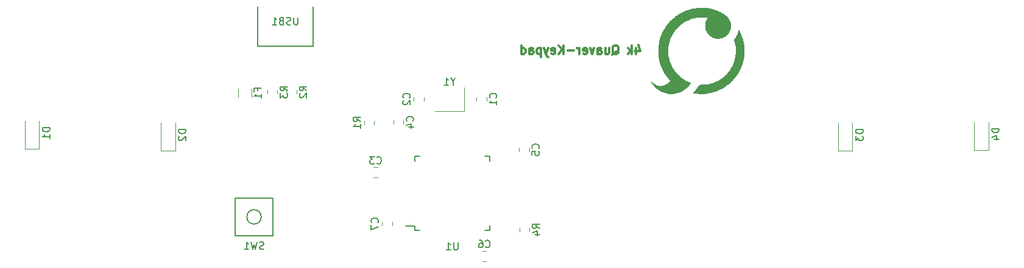
<source format=gbr>
G04 #@! TF.GenerationSoftware,KiCad,Pcbnew,(5.1.4)-1*
G04 #@! TF.CreationDate,2022-10-30T21:37:08+01:00*
G04 #@! TF.ProjectId,quaver-keypadrev1,71756176-6572-42d6-9b65-797061647265,rev?*
G04 #@! TF.SameCoordinates,Original*
G04 #@! TF.FileFunction,Legend,Bot*
G04 #@! TF.FilePolarity,Positive*
%FSLAX46Y46*%
G04 Gerber Fmt 4.6, Leading zero omitted, Abs format (unit mm)*
G04 Created by KiCad (PCBNEW (5.1.4)-1) date 2022-10-30 21:37:08*
%MOMM*%
%LPD*%
G04 APERTURE LIST*
%ADD10C,0.300000*%
%ADD11C,0.010000*%
%ADD12C,0.150000*%
%ADD13C,0.120000*%
G04 APERTURE END LIST*
D10*
X222395142Y-92706857D02*
X222395142Y-93506857D01*
X222680857Y-92249714D02*
X222966571Y-93106857D01*
X222223714Y-93106857D01*
X221766571Y-93506857D02*
X221766571Y-92306857D01*
X221652285Y-93049714D02*
X221309428Y-93506857D01*
X221309428Y-92706857D02*
X221766571Y-93164000D01*
X219080857Y-93621142D02*
X219195142Y-93564000D01*
X219309428Y-93449714D01*
X219480857Y-93278285D01*
X219595142Y-93221142D01*
X219709428Y-93221142D01*
X219652285Y-93506857D02*
X219766571Y-93449714D01*
X219880857Y-93335428D01*
X219938000Y-93106857D01*
X219938000Y-92706857D01*
X219880857Y-92478285D01*
X219766571Y-92364000D01*
X219652285Y-92306857D01*
X219423714Y-92306857D01*
X219309428Y-92364000D01*
X219195142Y-92478285D01*
X219138000Y-92706857D01*
X219138000Y-93106857D01*
X219195142Y-93335428D01*
X219309428Y-93449714D01*
X219423714Y-93506857D01*
X219652285Y-93506857D01*
X218109428Y-92706857D02*
X218109428Y-93506857D01*
X218623714Y-92706857D02*
X218623714Y-93335428D01*
X218566571Y-93449714D01*
X218452285Y-93506857D01*
X218280857Y-93506857D01*
X218166571Y-93449714D01*
X218109428Y-93392571D01*
X217023714Y-93506857D02*
X217023714Y-92878285D01*
X217080857Y-92764000D01*
X217195142Y-92706857D01*
X217423714Y-92706857D01*
X217538000Y-92764000D01*
X217023714Y-93449714D02*
X217138000Y-93506857D01*
X217423714Y-93506857D01*
X217538000Y-93449714D01*
X217595142Y-93335428D01*
X217595142Y-93221142D01*
X217538000Y-93106857D01*
X217423714Y-93049714D01*
X217138000Y-93049714D01*
X217023714Y-92992571D01*
X216566571Y-92706857D02*
X216280857Y-93506857D01*
X215995142Y-92706857D01*
X215080857Y-93449714D02*
X215195142Y-93506857D01*
X215423714Y-93506857D01*
X215538000Y-93449714D01*
X215595142Y-93335428D01*
X215595142Y-92878285D01*
X215538000Y-92764000D01*
X215423714Y-92706857D01*
X215195142Y-92706857D01*
X215080857Y-92764000D01*
X215023714Y-92878285D01*
X215023714Y-92992571D01*
X215595142Y-93106857D01*
X214509428Y-93506857D02*
X214509428Y-92706857D01*
X214509428Y-92935428D02*
X214452285Y-92821142D01*
X214395142Y-92764000D01*
X214280857Y-92706857D01*
X214166571Y-92706857D01*
X213766571Y-93049714D02*
X212852285Y-93049714D01*
X212280857Y-93506857D02*
X212280857Y-92306857D01*
X211595142Y-93506857D02*
X212109428Y-92821142D01*
X211595142Y-92306857D02*
X212280857Y-92992571D01*
X210623714Y-93449714D02*
X210738000Y-93506857D01*
X210966571Y-93506857D01*
X211080857Y-93449714D01*
X211138000Y-93335428D01*
X211138000Y-92878285D01*
X211080857Y-92764000D01*
X210966571Y-92706857D01*
X210738000Y-92706857D01*
X210623714Y-92764000D01*
X210566571Y-92878285D01*
X210566571Y-92992571D01*
X211138000Y-93106857D01*
X210166571Y-92706857D02*
X209880857Y-93506857D01*
X209595142Y-92706857D02*
X209880857Y-93506857D01*
X209995142Y-93792571D01*
X210052285Y-93849714D01*
X210166571Y-93906857D01*
X209138000Y-92706857D02*
X209138000Y-93906857D01*
X209138000Y-92764000D02*
X209023714Y-92706857D01*
X208795142Y-92706857D01*
X208680857Y-92764000D01*
X208623714Y-92821142D01*
X208566571Y-92935428D01*
X208566571Y-93278285D01*
X208623714Y-93392571D01*
X208680857Y-93449714D01*
X208795142Y-93506857D01*
X209023714Y-93506857D01*
X209138000Y-93449714D01*
X207538000Y-93506857D02*
X207538000Y-92878285D01*
X207595142Y-92764000D01*
X207709428Y-92706857D01*
X207938000Y-92706857D01*
X208052285Y-92764000D01*
X207538000Y-93449714D02*
X207652285Y-93506857D01*
X207938000Y-93506857D01*
X208052285Y-93449714D01*
X208109428Y-93335428D01*
X208109428Y-93221142D01*
X208052285Y-93106857D01*
X207938000Y-93049714D01*
X207652285Y-93049714D01*
X207538000Y-92992571D01*
X206452285Y-93506857D02*
X206452285Y-92306857D01*
X206452285Y-93449714D02*
X206566571Y-93506857D01*
X206795142Y-93506857D01*
X206909428Y-93449714D01*
X206966571Y-93392571D01*
X207023714Y-93278285D01*
X207023714Y-92935428D01*
X206966571Y-92821142D01*
X206909428Y-92764000D01*
X206795142Y-92706857D01*
X206566571Y-92706857D01*
X206452285Y-92764000D01*
D11*
G36*
X224521541Y-97383864D02*
G01*
X224519018Y-97416945D01*
X224523212Y-97424434D01*
X224532832Y-97418121D01*
X224534329Y-97396653D01*
X224529160Y-97374067D01*
X224521541Y-97383864D01*
X224521541Y-97383864D01*
G37*
X224521541Y-97383864D02*
X224519018Y-97416945D01*
X224523212Y-97424434D01*
X224532832Y-97418121D01*
X224534329Y-97396653D01*
X224529160Y-97374067D01*
X224521541Y-97383864D01*
G36*
X231221380Y-87092797D02*
G01*
X231061701Y-87095474D01*
X230921451Y-87100295D01*
X230807776Y-87107311D01*
X230727820Y-87116573D01*
X230716667Y-87118666D01*
X230638994Y-87132552D01*
X230538401Y-87147606D01*
X230434109Y-87160996D01*
X230413351Y-87163352D01*
X230319741Y-87175158D01*
X230234451Y-87188492D01*
X230172067Y-87200995D01*
X230159351Y-87204428D01*
X230089462Y-87225374D01*
X230018167Y-87246281D01*
X229935816Y-87271227D01*
X229845635Y-87300296D01*
X229762432Y-87328558D01*
X229701015Y-87351080D01*
X229690083Y-87355539D01*
X229639781Y-87372090D01*
X229576310Y-87387381D01*
X229573667Y-87387900D01*
X229504078Y-87406782D01*
X229442426Y-87431466D01*
X229386749Y-87452979D01*
X229343603Y-87460667D01*
X229306439Y-87469915D01*
X229243405Y-87494575D01*
X229165921Y-87530015D01*
X229136177Y-87544780D01*
X229037316Y-87594142D01*
X228929671Y-87646554D01*
X228820352Y-87698711D01*
X228716472Y-87747307D01*
X228625140Y-87789034D01*
X228553468Y-87820588D01*
X228508565Y-87838663D01*
X228497617Y-87841667D01*
X228472425Y-87854377D01*
X228428090Y-87886761D01*
X228399910Y-87909925D01*
X228330965Y-87962985D01*
X228237746Y-88027071D01*
X228133466Y-88093832D01*
X228031334Y-88154916D01*
X227944561Y-88201972D01*
X227917840Y-88214672D01*
X227864679Y-88245895D01*
X227830738Y-88279669D01*
X227826978Y-88287549D01*
X227805001Y-88317209D01*
X227757358Y-88362283D01*
X227693290Y-88414230D01*
X227675646Y-88427396D01*
X227599910Y-88487346D01*
X227508918Y-88565963D01*
X227416441Y-88651105D01*
X227364341Y-88701902D01*
X227291073Y-88773325D01*
X227224138Y-88834958D01*
X227171642Y-88879548D01*
X227144483Y-88898603D01*
X227104348Y-88931054D01*
X227059065Y-88984444D01*
X227041758Y-89009781D01*
X226999123Y-89067575D01*
X226937613Y-89139317D01*
X226869723Y-89210529D01*
X226862150Y-89217953D01*
X226804357Y-89276851D01*
X226760762Y-89326416D01*
X226738673Y-89358161D01*
X226737333Y-89362911D01*
X226725316Y-89387499D01*
X226692263Y-89439198D01*
X226642673Y-89511356D01*
X226581047Y-89597317D01*
X226553077Y-89635370D01*
X226475005Y-89745577D01*
X226395875Y-89865425D01*
X226324566Y-89980984D01*
X226269958Y-90078326D01*
X226266734Y-90084601D01*
X226220023Y-90172792D01*
X226175585Y-90250619D01*
X226139499Y-90307732D01*
X226122907Y-90329381D01*
X226092575Y-90367173D01*
X226081167Y-90391296D01*
X226072455Y-90419999D01*
X226049367Y-90476152D01*
X226016471Y-90549348D01*
X225978339Y-90629180D01*
X225964566Y-90656833D01*
X225940640Y-90716822D01*
X225922870Y-90779949D01*
X225905669Y-90834189D01*
X225874858Y-90909531D01*
X225837035Y-90989877D01*
X225836155Y-90991616D01*
X225800955Y-91066578D01*
X225775255Y-91131797D01*
X225764170Y-91174157D01*
X225764063Y-91176475D01*
X225754469Y-91222009D01*
X225743211Y-91240322D01*
X225727732Y-91272447D01*
X225707166Y-91339141D01*
X225683045Y-91433160D01*
X225656900Y-91547260D01*
X225630260Y-91674198D01*
X225604658Y-91806729D01*
X225581623Y-91937610D01*
X225562688Y-92059597D01*
X225551160Y-92149083D01*
X225538245Y-92256287D01*
X225523466Y-92367589D01*
X225509635Y-92462004D01*
X225507206Y-92477167D01*
X225498995Y-92554819D01*
X225493952Y-92663145D01*
X225491823Y-92796260D01*
X225492359Y-92948281D01*
X225495307Y-93113322D01*
X225500418Y-93285500D01*
X225507440Y-93458929D01*
X225516121Y-93627726D01*
X225526212Y-93786005D01*
X225537460Y-93927883D01*
X225549615Y-94047475D01*
X225562426Y-94138896D01*
X225575641Y-94196263D01*
X225581075Y-94208505D01*
X225589885Y-94237614D01*
X225602128Y-94296623D01*
X225615345Y-94373511D01*
X225617031Y-94384345D01*
X225630773Y-94463064D01*
X225644768Y-94525802D01*
X225656244Y-94560343D01*
X225657374Y-94562083D01*
X225669202Y-94592777D01*
X225683965Y-94651948D01*
X225697123Y-94719396D01*
X225712392Y-94792988D01*
X225729033Y-94850349D01*
X225742121Y-94877088D01*
X225760776Y-94915465D01*
X225763667Y-94937983D01*
X225772554Y-94973840D01*
X225796324Y-95036449D01*
X225830646Y-95114841D01*
X225848333Y-95152254D01*
X225885621Y-95231266D01*
X225914530Y-95296284D01*
X225930861Y-95337681D01*
X225933000Y-95346387D01*
X225943305Y-95389797D01*
X225971922Y-95462222D01*
X226015407Y-95556364D01*
X226070315Y-95664923D01*
X226133203Y-95780599D01*
X226160276Y-95828012D01*
X226210983Y-95917638D01*
X226252734Y-95995463D01*
X226281384Y-96053470D01*
X226292788Y-96083642D01*
X226292833Y-96084449D01*
X226304538Y-96120618D01*
X226329875Y-96162847D01*
X226364748Y-96212522D01*
X226388083Y-96248237D01*
X226408085Y-96277839D01*
X226447622Y-96333965D01*
X226501250Y-96408958D01*
X226563525Y-96495166D01*
X226573165Y-96508440D01*
X226636749Y-96596923D01*
X226692762Y-96676714D01*
X226735600Y-96739700D01*
X226759654Y-96777767D01*
X226761101Y-96780446D01*
X226787431Y-96817084D01*
X226835317Y-96871883D01*
X226895325Y-96934164D01*
X226907633Y-96946268D01*
X226997653Y-97040364D01*
X227054703Y-97116624D01*
X227081520Y-97179957D01*
X227080841Y-97235267D01*
X227076482Y-97248983D01*
X227026138Y-97341082D01*
X226944629Y-97442572D01*
X226839497Y-97545695D01*
X226718280Y-97642695D01*
X226646639Y-97691162D01*
X226566324Y-97738389D01*
X226470021Y-97789735D01*
X226369430Y-97839516D01*
X226276245Y-97882045D01*
X226202165Y-97911639D01*
X226176417Y-97919687D01*
X225958480Y-97960254D01*
X225737541Y-97971908D01*
X225526070Y-97954564D01*
X225389836Y-97924978D01*
X225286407Y-97888367D01*
X225163437Y-97833940D01*
X225035424Y-97769050D01*
X224916863Y-97701053D01*
X224822252Y-97637303D01*
X224821254Y-97636542D01*
X224778698Y-97609451D01*
X224750617Y-97599500D01*
X224725668Y-97584229D01*
X224686319Y-97545224D01*
X224660960Y-97515461D01*
X224612347Y-97464033D01*
X224578231Y-97446014D01*
X224562148Y-97461670D01*
X224566893Y-97508371D01*
X224575814Y-97538602D01*
X224589326Y-97566788D01*
X224612983Y-97600466D01*
X224652336Y-97647175D01*
X224712937Y-97714453D01*
X224742375Y-97746635D01*
X224795152Y-97806759D01*
X224834354Y-97856229D01*
X224852895Y-97885980D01*
X224853500Y-97888824D01*
X224868145Y-97912151D01*
X224907825Y-97957580D01*
X224966161Y-98018838D01*
X225036772Y-98089652D01*
X225113278Y-98163749D01*
X225189300Y-98234857D01*
X225258457Y-98296701D01*
X225314369Y-98343009D01*
X225319167Y-98346680D01*
X225379925Y-98389485D01*
X225433311Y-98421678D01*
X225456750Y-98432352D01*
X225496791Y-98453729D01*
X225551914Y-98493219D01*
X225583750Y-98519441D01*
X225636243Y-98564943D01*
X225677407Y-98600449D01*
X225691209Y-98612241D01*
X225728460Y-98633174D01*
X225765293Y-98647014D01*
X225822922Y-98667210D01*
X225880083Y-98690408D01*
X225938482Y-98716086D01*
X226012010Y-98748481D01*
X226042964Y-98762137D01*
X226104979Y-98787416D01*
X226152985Y-98803267D01*
X226168106Y-98806000D01*
X226197833Y-98812514D01*
X226257965Y-98830121D01*
X226338951Y-98855915D01*
X226407392Y-98878803D01*
X226704431Y-98959238D01*
X227016121Y-99004846D01*
X227331942Y-99014832D01*
X227641373Y-98988405D01*
X227711000Y-98977009D01*
X227829323Y-98951963D01*
X227962258Y-98917978D01*
X228084979Y-98881510D01*
X228109079Y-98873475D01*
X228197885Y-98844399D01*
X228274935Y-98821612D01*
X228329300Y-98808228D01*
X228345955Y-98806000D01*
X228385451Y-98796767D01*
X228397962Y-98786377D01*
X228424518Y-98767910D01*
X228475068Y-98746822D01*
X228489170Y-98742194D01*
X228693006Y-98659543D01*
X228875167Y-98543994D01*
X228942848Y-98494531D01*
X229004813Y-98452933D01*
X229044500Y-98429881D01*
X229102730Y-98396508D01*
X229177782Y-98346062D01*
X229258383Y-98287012D01*
X229333260Y-98227825D01*
X229391142Y-98176967D01*
X229414883Y-98151665D01*
X229451026Y-98108499D01*
X229504492Y-98047953D01*
X229561645Y-97985371D01*
X229618732Y-97922325D01*
X229667916Y-97865118D01*
X229698462Y-97826250D01*
X229736923Y-97776489D01*
X229780661Y-97726500D01*
X229847508Y-97642076D01*
X229876246Y-97571863D01*
X229866421Y-97516968D01*
X229866415Y-97516958D01*
X229836201Y-97490072D01*
X229780038Y-97454850D01*
X229711444Y-97418270D01*
X229643936Y-97387313D01*
X229591030Y-97368957D01*
X229575340Y-97366667D01*
X229547899Y-97357567D01*
X229493840Y-97333506D01*
X229423953Y-97299338D01*
X229410910Y-97292687D01*
X229338607Y-97257146D01*
X229279429Y-97230910D01*
X229244563Y-97218882D01*
X229241913Y-97218603D01*
X229212200Y-97206532D01*
X229162605Y-97175653D01*
X229125496Y-97148900D01*
X229057860Y-97100542D01*
X228973414Y-97044289D01*
X228901573Y-96999169D01*
X228832574Y-96956139D01*
X228776082Y-96918641D01*
X228743735Y-96894418D01*
X228742823Y-96893561D01*
X228716785Y-96871059D01*
X228664953Y-96828196D01*
X228594656Y-96770976D01*
X228513224Y-96705400D01*
X228507067Y-96700469D01*
X228356634Y-96574294D01*
X228208127Y-96439116D01*
X228066687Y-96300425D01*
X227937452Y-96163709D01*
X227825562Y-96034458D01*
X227736156Y-95918161D01*
X227674374Y-95820308D01*
X227664302Y-95800333D01*
X227639777Y-95758782D01*
X227599807Y-95700426D01*
X227553638Y-95637744D01*
X227510515Y-95583216D01*
X227479684Y-95549318D01*
X227476104Y-95546333D01*
X227462747Y-95524814D01*
X227435491Y-95473448D01*
X227398472Y-95400690D01*
X227355827Y-95314991D01*
X227311693Y-95224804D01*
X227270206Y-95138582D01*
X227235504Y-95064778D01*
X227211724Y-95011845D01*
X227203000Y-94988297D01*
X227193076Y-94965205D01*
X227167397Y-94917442D01*
X227140651Y-94870951D01*
X227102460Y-94796159D01*
X227073186Y-94720890D01*
X227063738Y-94684811D01*
X227046754Y-94615972D01*
X227024870Y-94555888D01*
X227022758Y-94551500D01*
X227002763Y-94496923D01*
X226985134Y-94425361D01*
X226981199Y-94403333D01*
X226956592Y-94285871D01*
X226919127Y-94151575D01*
X226874982Y-94022333D01*
X226843040Y-93911489D01*
X226816603Y-93766274D01*
X226795933Y-93594326D01*
X226781294Y-93403283D01*
X226772949Y-93200781D01*
X226771160Y-92994459D01*
X226776191Y-92791953D01*
X226788305Y-92600901D01*
X226807765Y-92428939D01*
X226817924Y-92365753D01*
X226836338Y-92266648D01*
X226853508Y-92182243D01*
X226867482Y-92121636D01*
X226876153Y-92094166D01*
X226888704Y-92062414D01*
X226906569Y-92003949D01*
X226920660Y-91951580D01*
X226944519Y-91857838D01*
X226970134Y-91757178D01*
X226980822Y-91715167D01*
X227021947Y-91559969D01*
X227058740Y-91437358D01*
X227094510Y-91338282D01*
X227132567Y-91253688D01*
X227176222Y-91174525D01*
X227182072Y-91164833D01*
X227201206Y-91129134D01*
X227230735Y-91069602D01*
X227255991Y-91016667D01*
X227288499Y-90948753D01*
X227316162Y-90893394D01*
X227329604Y-90868500D01*
X227347904Y-90832824D01*
X227376018Y-90772599D01*
X227401544Y-90715247D01*
X227441893Y-90636129D01*
X227489341Y-90561961D01*
X227519290Y-90524747D01*
X227562478Y-90472934D01*
X227592332Y-90426535D01*
X227597229Y-90415042D01*
X227617135Y-90369461D01*
X227628604Y-90351542D01*
X227696273Y-90265611D01*
X227746386Y-90197853D01*
X227789053Y-90134398D01*
X227803481Y-90111624D01*
X227852736Y-90043488D01*
X227908693Y-89980525D01*
X227926932Y-89963457D01*
X228033586Y-89863832D01*
X228155324Y-89737360D01*
X228178682Y-89711851D01*
X228222612Y-89667231D01*
X228285372Y-89607922D01*
X228353513Y-89546625D01*
X228354705Y-89545583D01*
X228446593Y-89464587D01*
X228510485Y-89406324D01*
X228550842Y-89366353D01*
X228572125Y-89340229D01*
X228578797Y-89323509D01*
X228578833Y-89322371D01*
X228595456Y-89303402D01*
X228604154Y-89302167D01*
X228632807Y-89291240D01*
X228681975Y-89264160D01*
X228737795Y-89229475D01*
X228786403Y-89195733D01*
X228811667Y-89174210D01*
X228834498Y-89157991D01*
X228882391Y-89128294D01*
X228927036Y-89101979D01*
X229007907Y-89051824D01*
X229091927Y-88994636D01*
X229124449Y-88970703D01*
X229180239Y-88931345D01*
X229224747Y-88905667D01*
X229241913Y-88899979D01*
X229271677Y-88891040D01*
X229327964Y-88867393D01*
X229399688Y-88833764D01*
X229414917Y-88826252D01*
X229487292Y-88791280D01*
X229545239Y-88765186D01*
X229578243Y-88752658D01*
X229581051Y-88752189D01*
X229613571Y-88743287D01*
X229670673Y-88721079D01*
X229739164Y-88691374D01*
X229805852Y-88659979D01*
X229857547Y-88632703D01*
X229870000Y-88624974D01*
X229921112Y-88596945D01*
X229991829Y-88569710D01*
X230087274Y-88541834D01*
X230212569Y-88511884D01*
X230372837Y-88478424D01*
X230441500Y-88464969D01*
X230528447Y-88446592D01*
X230607246Y-88427231D01*
X230661612Y-88410907D01*
X230663750Y-88410109D01*
X230703347Y-88402876D01*
X230778918Y-88396103D01*
X230884108Y-88389918D01*
X231012559Y-88384447D01*
X231157914Y-88379820D01*
X231313816Y-88376163D01*
X231473909Y-88373606D01*
X231631834Y-88372276D01*
X231781236Y-88372300D01*
X231915758Y-88373807D01*
X232029042Y-88376925D01*
X232105910Y-88381087D01*
X232200659Y-88389129D01*
X232261622Y-88397667D01*
X232297303Y-88409064D01*
X232316208Y-88425685D01*
X232324019Y-88441709D01*
X232325987Y-88494334D01*
X232301399Y-88537729D01*
X232273104Y-88579890D01*
X232261833Y-88608226D01*
X232251262Y-88635575D01*
X232223808Y-88686307D01*
X232192737Y-88737663D01*
X232136217Y-88828684D01*
X232097614Y-88896641D01*
X232071396Y-88953713D01*
X232052031Y-89012079D01*
X232033985Y-89083919D01*
X232032459Y-89090500D01*
X232016721Y-89189239D01*
X232006361Y-89318095D01*
X232001370Y-89465198D01*
X232001742Y-89618677D01*
X232007467Y-89766659D01*
X232018539Y-89897274D01*
X232033050Y-89990083D01*
X232058373Y-90086713D01*
X232090859Y-90179732D01*
X232126024Y-90258511D01*
X232159382Y-90312419D01*
X232175498Y-90327718D01*
X232194652Y-90352514D01*
X232223345Y-90403756D01*
X232247243Y-90452944D01*
X232291010Y-90525799D01*
X232360411Y-90615555D01*
X232447177Y-90713758D01*
X232543042Y-90811954D01*
X232639739Y-90901688D01*
X232729001Y-90974506D01*
X232802560Y-91021954D01*
X232804701Y-91023027D01*
X232880280Y-91062828D01*
X232968807Y-91112773D01*
X233030334Y-91149418D01*
X233155719Y-91211364D01*
X233294875Y-91247687D01*
X233305501Y-91249454D01*
X233393545Y-91264691D01*
X233475657Y-91280665D01*
X233531833Y-91293377D01*
X233642949Y-91310054D01*
X233778914Y-91311442D01*
X233929258Y-91299310D01*
X234083508Y-91275430D01*
X234231193Y-91241572D01*
X234361842Y-91199509D01*
X234464983Y-91151010D01*
X234496056Y-91130308D01*
X234560368Y-91088902D01*
X234633669Y-91051136D01*
X234643865Y-91046726D01*
X234774937Y-90974922D01*
X234909242Y-90871129D01*
X235038312Y-90744046D01*
X235153682Y-90602367D01*
X235246885Y-90454790D01*
X235274974Y-90398441D01*
X235302071Y-90346047D01*
X235325147Y-90312386D01*
X235329735Y-90308365D01*
X235357437Y-90274724D01*
X235389201Y-90211426D01*
X235420314Y-90130227D01*
X235446060Y-90042884D01*
X235457386Y-89990083D01*
X235483988Y-89833274D01*
X235502144Y-89709220D01*
X235512490Y-89609331D01*
X235515666Y-89525017D01*
X235512308Y-89447685D01*
X235503376Y-89370958D01*
X235482389Y-89229416D01*
X235464071Y-89121321D01*
X235445849Y-89038113D01*
X235425152Y-88971230D01*
X235399406Y-88912111D01*
X235366040Y-88852197D01*
X235330368Y-88795188D01*
X235284082Y-88720865D01*
X235248179Y-88659093D01*
X235227859Y-88619019D01*
X235225167Y-88610083D01*
X235212695Y-88580241D01*
X235182710Y-88538125D01*
X235182700Y-88538114D01*
X235101253Y-88440823D01*
X235041396Y-88370097D01*
X234997798Y-88319830D01*
X234965129Y-88283916D01*
X234938058Y-88256249D01*
X234928833Y-88247301D01*
X234878438Y-88202305D01*
X234815034Y-88150240D01*
X234747852Y-88098098D01*
X234686124Y-88052867D01*
X234639079Y-88021537D01*
X234616754Y-88011000D01*
X234590900Y-87997900D01*
X234547432Y-87964777D01*
X234525187Y-87945461D01*
X234474063Y-87906854D01*
X234403545Y-87862907D01*
X234325403Y-87819865D01*
X234251404Y-87783975D01*
X234193316Y-87761481D01*
X234170075Y-87757000D01*
X234146988Y-87742687D01*
X234145667Y-87735833D01*
X234129912Y-87715278D01*
X234124982Y-87714666D01*
X234095750Y-87705250D01*
X234036325Y-87679277D01*
X233953843Y-87640160D01*
X233855438Y-87591315D01*
X233748245Y-87536154D01*
X233711750Y-87516931D01*
X233642756Y-87485346D01*
X233580198Y-87464963D01*
X233551942Y-87460755D01*
X233503054Y-87453602D01*
X233477858Y-87441199D01*
X233447472Y-87425177D01*
X233390364Y-87404411D01*
X233341333Y-87389720D01*
X233213155Y-87354233D01*
X233119819Y-87327678D01*
X233055252Y-87308130D01*
X233013379Y-87293663D01*
X232988125Y-87282354D01*
X232975015Y-87273642D01*
X232935409Y-87255682D01*
X232856792Y-87233778D01*
X232742237Y-87208567D01*
X232594817Y-87180690D01*
X232417606Y-87150784D01*
X232283000Y-87129819D01*
X232187368Y-87118912D01*
X232061151Y-87109793D01*
X231911496Y-87102512D01*
X231745547Y-87097122D01*
X231570448Y-87093672D01*
X231393344Y-87092213D01*
X231221380Y-87092797D01*
X231221380Y-87092797D01*
G37*
X231221380Y-87092797D02*
X231061701Y-87095474D01*
X230921451Y-87100295D01*
X230807776Y-87107311D01*
X230727820Y-87116573D01*
X230716667Y-87118666D01*
X230638994Y-87132552D01*
X230538401Y-87147606D01*
X230434109Y-87160996D01*
X230413351Y-87163352D01*
X230319741Y-87175158D01*
X230234451Y-87188492D01*
X230172067Y-87200995D01*
X230159351Y-87204428D01*
X230089462Y-87225374D01*
X230018167Y-87246281D01*
X229935816Y-87271227D01*
X229845635Y-87300296D01*
X229762432Y-87328558D01*
X229701015Y-87351080D01*
X229690083Y-87355539D01*
X229639781Y-87372090D01*
X229576310Y-87387381D01*
X229573667Y-87387900D01*
X229504078Y-87406782D01*
X229442426Y-87431466D01*
X229386749Y-87452979D01*
X229343603Y-87460667D01*
X229306439Y-87469915D01*
X229243405Y-87494575D01*
X229165921Y-87530015D01*
X229136177Y-87544780D01*
X229037316Y-87594142D01*
X228929671Y-87646554D01*
X228820352Y-87698711D01*
X228716472Y-87747307D01*
X228625140Y-87789034D01*
X228553468Y-87820588D01*
X228508565Y-87838663D01*
X228497617Y-87841667D01*
X228472425Y-87854377D01*
X228428090Y-87886761D01*
X228399910Y-87909925D01*
X228330965Y-87962985D01*
X228237746Y-88027071D01*
X228133466Y-88093832D01*
X228031334Y-88154916D01*
X227944561Y-88201972D01*
X227917840Y-88214672D01*
X227864679Y-88245895D01*
X227830738Y-88279669D01*
X227826978Y-88287549D01*
X227805001Y-88317209D01*
X227757358Y-88362283D01*
X227693290Y-88414230D01*
X227675646Y-88427396D01*
X227599910Y-88487346D01*
X227508918Y-88565963D01*
X227416441Y-88651105D01*
X227364341Y-88701902D01*
X227291073Y-88773325D01*
X227224138Y-88834958D01*
X227171642Y-88879548D01*
X227144483Y-88898603D01*
X227104348Y-88931054D01*
X227059065Y-88984444D01*
X227041758Y-89009781D01*
X226999123Y-89067575D01*
X226937613Y-89139317D01*
X226869723Y-89210529D01*
X226862150Y-89217953D01*
X226804357Y-89276851D01*
X226760762Y-89326416D01*
X226738673Y-89358161D01*
X226737333Y-89362911D01*
X226725316Y-89387499D01*
X226692263Y-89439198D01*
X226642673Y-89511356D01*
X226581047Y-89597317D01*
X226553077Y-89635370D01*
X226475005Y-89745577D01*
X226395875Y-89865425D01*
X226324566Y-89980984D01*
X226269958Y-90078326D01*
X226266734Y-90084601D01*
X226220023Y-90172792D01*
X226175585Y-90250619D01*
X226139499Y-90307732D01*
X226122907Y-90329381D01*
X226092575Y-90367173D01*
X226081167Y-90391296D01*
X226072455Y-90419999D01*
X226049367Y-90476152D01*
X226016471Y-90549348D01*
X225978339Y-90629180D01*
X225964566Y-90656833D01*
X225940640Y-90716822D01*
X225922870Y-90779949D01*
X225905669Y-90834189D01*
X225874858Y-90909531D01*
X225837035Y-90989877D01*
X225836155Y-90991616D01*
X225800955Y-91066578D01*
X225775255Y-91131797D01*
X225764170Y-91174157D01*
X225764063Y-91176475D01*
X225754469Y-91222009D01*
X225743211Y-91240322D01*
X225727732Y-91272447D01*
X225707166Y-91339141D01*
X225683045Y-91433160D01*
X225656900Y-91547260D01*
X225630260Y-91674198D01*
X225604658Y-91806729D01*
X225581623Y-91937610D01*
X225562688Y-92059597D01*
X225551160Y-92149083D01*
X225538245Y-92256287D01*
X225523466Y-92367589D01*
X225509635Y-92462004D01*
X225507206Y-92477167D01*
X225498995Y-92554819D01*
X225493952Y-92663145D01*
X225491823Y-92796260D01*
X225492359Y-92948281D01*
X225495307Y-93113322D01*
X225500418Y-93285500D01*
X225507440Y-93458929D01*
X225516121Y-93627726D01*
X225526212Y-93786005D01*
X225537460Y-93927883D01*
X225549615Y-94047475D01*
X225562426Y-94138896D01*
X225575641Y-94196263D01*
X225581075Y-94208505D01*
X225589885Y-94237614D01*
X225602128Y-94296623D01*
X225615345Y-94373511D01*
X225617031Y-94384345D01*
X225630773Y-94463064D01*
X225644768Y-94525802D01*
X225656244Y-94560343D01*
X225657374Y-94562083D01*
X225669202Y-94592777D01*
X225683965Y-94651948D01*
X225697123Y-94719396D01*
X225712392Y-94792988D01*
X225729033Y-94850349D01*
X225742121Y-94877088D01*
X225760776Y-94915465D01*
X225763667Y-94937983D01*
X225772554Y-94973840D01*
X225796324Y-95036449D01*
X225830646Y-95114841D01*
X225848333Y-95152254D01*
X225885621Y-95231266D01*
X225914530Y-95296284D01*
X225930861Y-95337681D01*
X225933000Y-95346387D01*
X225943305Y-95389797D01*
X225971922Y-95462222D01*
X226015407Y-95556364D01*
X226070315Y-95664923D01*
X226133203Y-95780599D01*
X226160276Y-95828012D01*
X226210983Y-95917638D01*
X226252734Y-95995463D01*
X226281384Y-96053470D01*
X226292788Y-96083642D01*
X226292833Y-96084449D01*
X226304538Y-96120618D01*
X226329875Y-96162847D01*
X226364748Y-96212522D01*
X226388083Y-96248237D01*
X226408085Y-96277839D01*
X226447622Y-96333965D01*
X226501250Y-96408958D01*
X226563525Y-96495166D01*
X226573165Y-96508440D01*
X226636749Y-96596923D01*
X226692762Y-96676714D01*
X226735600Y-96739700D01*
X226759654Y-96777767D01*
X226761101Y-96780446D01*
X226787431Y-96817084D01*
X226835317Y-96871883D01*
X226895325Y-96934164D01*
X226907633Y-96946268D01*
X226997653Y-97040364D01*
X227054703Y-97116624D01*
X227081520Y-97179957D01*
X227080841Y-97235267D01*
X227076482Y-97248983D01*
X227026138Y-97341082D01*
X226944629Y-97442572D01*
X226839497Y-97545695D01*
X226718280Y-97642695D01*
X226646639Y-97691162D01*
X226566324Y-97738389D01*
X226470021Y-97789735D01*
X226369430Y-97839516D01*
X226276245Y-97882045D01*
X226202165Y-97911639D01*
X226176417Y-97919687D01*
X225958480Y-97960254D01*
X225737541Y-97971908D01*
X225526070Y-97954564D01*
X225389836Y-97924978D01*
X225286407Y-97888367D01*
X225163437Y-97833940D01*
X225035424Y-97769050D01*
X224916863Y-97701053D01*
X224822252Y-97637303D01*
X224821254Y-97636542D01*
X224778698Y-97609451D01*
X224750617Y-97599500D01*
X224725668Y-97584229D01*
X224686319Y-97545224D01*
X224660960Y-97515461D01*
X224612347Y-97464033D01*
X224578231Y-97446014D01*
X224562148Y-97461670D01*
X224566893Y-97508371D01*
X224575814Y-97538602D01*
X224589326Y-97566788D01*
X224612983Y-97600466D01*
X224652336Y-97647175D01*
X224712937Y-97714453D01*
X224742375Y-97746635D01*
X224795152Y-97806759D01*
X224834354Y-97856229D01*
X224852895Y-97885980D01*
X224853500Y-97888824D01*
X224868145Y-97912151D01*
X224907825Y-97957580D01*
X224966161Y-98018838D01*
X225036772Y-98089652D01*
X225113278Y-98163749D01*
X225189300Y-98234857D01*
X225258457Y-98296701D01*
X225314369Y-98343009D01*
X225319167Y-98346680D01*
X225379925Y-98389485D01*
X225433311Y-98421678D01*
X225456750Y-98432352D01*
X225496791Y-98453729D01*
X225551914Y-98493219D01*
X225583750Y-98519441D01*
X225636243Y-98564943D01*
X225677407Y-98600449D01*
X225691209Y-98612241D01*
X225728460Y-98633174D01*
X225765293Y-98647014D01*
X225822922Y-98667210D01*
X225880083Y-98690408D01*
X225938482Y-98716086D01*
X226012010Y-98748481D01*
X226042964Y-98762137D01*
X226104979Y-98787416D01*
X226152985Y-98803267D01*
X226168106Y-98806000D01*
X226197833Y-98812514D01*
X226257965Y-98830121D01*
X226338951Y-98855915D01*
X226407392Y-98878803D01*
X226704431Y-98959238D01*
X227016121Y-99004846D01*
X227331942Y-99014832D01*
X227641373Y-98988405D01*
X227711000Y-98977009D01*
X227829323Y-98951963D01*
X227962258Y-98917978D01*
X228084979Y-98881510D01*
X228109079Y-98873475D01*
X228197885Y-98844399D01*
X228274935Y-98821612D01*
X228329300Y-98808228D01*
X228345955Y-98806000D01*
X228385451Y-98796767D01*
X228397962Y-98786377D01*
X228424518Y-98767910D01*
X228475068Y-98746822D01*
X228489170Y-98742194D01*
X228693006Y-98659543D01*
X228875167Y-98543994D01*
X228942848Y-98494531D01*
X229004813Y-98452933D01*
X229044500Y-98429881D01*
X229102730Y-98396508D01*
X229177782Y-98346062D01*
X229258383Y-98287012D01*
X229333260Y-98227825D01*
X229391142Y-98176967D01*
X229414883Y-98151665D01*
X229451026Y-98108499D01*
X229504492Y-98047953D01*
X229561645Y-97985371D01*
X229618732Y-97922325D01*
X229667916Y-97865118D01*
X229698462Y-97826250D01*
X229736923Y-97776489D01*
X229780661Y-97726500D01*
X229847508Y-97642076D01*
X229876246Y-97571863D01*
X229866421Y-97516968D01*
X229866415Y-97516958D01*
X229836201Y-97490072D01*
X229780038Y-97454850D01*
X229711444Y-97418270D01*
X229643936Y-97387313D01*
X229591030Y-97368957D01*
X229575340Y-97366667D01*
X229547899Y-97357567D01*
X229493840Y-97333506D01*
X229423953Y-97299338D01*
X229410910Y-97292687D01*
X229338607Y-97257146D01*
X229279429Y-97230910D01*
X229244563Y-97218882D01*
X229241913Y-97218603D01*
X229212200Y-97206532D01*
X229162605Y-97175653D01*
X229125496Y-97148900D01*
X229057860Y-97100542D01*
X228973414Y-97044289D01*
X228901573Y-96999169D01*
X228832574Y-96956139D01*
X228776082Y-96918641D01*
X228743735Y-96894418D01*
X228742823Y-96893561D01*
X228716785Y-96871059D01*
X228664953Y-96828196D01*
X228594656Y-96770976D01*
X228513224Y-96705400D01*
X228507067Y-96700469D01*
X228356634Y-96574294D01*
X228208127Y-96439116D01*
X228066687Y-96300425D01*
X227937452Y-96163709D01*
X227825562Y-96034458D01*
X227736156Y-95918161D01*
X227674374Y-95820308D01*
X227664302Y-95800333D01*
X227639777Y-95758782D01*
X227599807Y-95700426D01*
X227553638Y-95637744D01*
X227510515Y-95583216D01*
X227479684Y-95549318D01*
X227476104Y-95546333D01*
X227462747Y-95524814D01*
X227435491Y-95473448D01*
X227398472Y-95400690D01*
X227355827Y-95314991D01*
X227311693Y-95224804D01*
X227270206Y-95138582D01*
X227235504Y-95064778D01*
X227211724Y-95011845D01*
X227203000Y-94988297D01*
X227193076Y-94965205D01*
X227167397Y-94917442D01*
X227140651Y-94870951D01*
X227102460Y-94796159D01*
X227073186Y-94720890D01*
X227063738Y-94684811D01*
X227046754Y-94615972D01*
X227024870Y-94555888D01*
X227022758Y-94551500D01*
X227002763Y-94496923D01*
X226985134Y-94425361D01*
X226981199Y-94403333D01*
X226956592Y-94285871D01*
X226919127Y-94151575D01*
X226874982Y-94022333D01*
X226843040Y-93911489D01*
X226816603Y-93766274D01*
X226795933Y-93594326D01*
X226781294Y-93403283D01*
X226772949Y-93200781D01*
X226771160Y-92994459D01*
X226776191Y-92791953D01*
X226788305Y-92600901D01*
X226807765Y-92428939D01*
X226817924Y-92365753D01*
X226836338Y-92266648D01*
X226853508Y-92182243D01*
X226867482Y-92121636D01*
X226876153Y-92094166D01*
X226888704Y-92062414D01*
X226906569Y-92003949D01*
X226920660Y-91951580D01*
X226944519Y-91857838D01*
X226970134Y-91757178D01*
X226980822Y-91715167D01*
X227021947Y-91559969D01*
X227058740Y-91437358D01*
X227094510Y-91338282D01*
X227132567Y-91253688D01*
X227176222Y-91174525D01*
X227182072Y-91164833D01*
X227201206Y-91129134D01*
X227230735Y-91069602D01*
X227255991Y-91016667D01*
X227288499Y-90948753D01*
X227316162Y-90893394D01*
X227329604Y-90868500D01*
X227347904Y-90832824D01*
X227376018Y-90772599D01*
X227401544Y-90715247D01*
X227441893Y-90636129D01*
X227489341Y-90561961D01*
X227519290Y-90524747D01*
X227562478Y-90472934D01*
X227592332Y-90426535D01*
X227597229Y-90415042D01*
X227617135Y-90369461D01*
X227628604Y-90351542D01*
X227696273Y-90265611D01*
X227746386Y-90197853D01*
X227789053Y-90134398D01*
X227803481Y-90111624D01*
X227852736Y-90043488D01*
X227908693Y-89980525D01*
X227926932Y-89963457D01*
X228033586Y-89863832D01*
X228155324Y-89737360D01*
X228178682Y-89711851D01*
X228222612Y-89667231D01*
X228285372Y-89607922D01*
X228353513Y-89546625D01*
X228354705Y-89545583D01*
X228446593Y-89464587D01*
X228510485Y-89406324D01*
X228550842Y-89366353D01*
X228572125Y-89340229D01*
X228578797Y-89323509D01*
X228578833Y-89322371D01*
X228595456Y-89303402D01*
X228604154Y-89302167D01*
X228632807Y-89291240D01*
X228681975Y-89264160D01*
X228737795Y-89229475D01*
X228786403Y-89195733D01*
X228811667Y-89174210D01*
X228834498Y-89157991D01*
X228882391Y-89128294D01*
X228927036Y-89101979D01*
X229007907Y-89051824D01*
X229091927Y-88994636D01*
X229124449Y-88970703D01*
X229180239Y-88931345D01*
X229224747Y-88905667D01*
X229241913Y-88899979D01*
X229271677Y-88891040D01*
X229327964Y-88867393D01*
X229399688Y-88833764D01*
X229414917Y-88826252D01*
X229487292Y-88791280D01*
X229545239Y-88765186D01*
X229578243Y-88752658D01*
X229581051Y-88752189D01*
X229613571Y-88743287D01*
X229670673Y-88721079D01*
X229739164Y-88691374D01*
X229805852Y-88659979D01*
X229857547Y-88632703D01*
X229870000Y-88624974D01*
X229921112Y-88596945D01*
X229991829Y-88569710D01*
X230087274Y-88541834D01*
X230212569Y-88511884D01*
X230372837Y-88478424D01*
X230441500Y-88464969D01*
X230528447Y-88446592D01*
X230607246Y-88427231D01*
X230661612Y-88410907D01*
X230663750Y-88410109D01*
X230703347Y-88402876D01*
X230778918Y-88396103D01*
X230884108Y-88389918D01*
X231012559Y-88384447D01*
X231157914Y-88379820D01*
X231313816Y-88376163D01*
X231473909Y-88373606D01*
X231631834Y-88372276D01*
X231781236Y-88372300D01*
X231915758Y-88373807D01*
X232029042Y-88376925D01*
X232105910Y-88381087D01*
X232200659Y-88389129D01*
X232261622Y-88397667D01*
X232297303Y-88409064D01*
X232316208Y-88425685D01*
X232324019Y-88441709D01*
X232325987Y-88494334D01*
X232301399Y-88537729D01*
X232273104Y-88579890D01*
X232261833Y-88608226D01*
X232251262Y-88635575D01*
X232223808Y-88686307D01*
X232192737Y-88737663D01*
X232136217Y-88828684D01*
X232097614Y-88896641D01*
X232071396Y-88953713D01*
X232052031Y-89012079D01*
X232033985Y-89083919D01*
X232032459Y-89090500D01*
X232016721Y-89189239D01*
X232006361Y-89318095D01*
X232001370Y-89465198D01*
X232001742Y-89618677D01*
X232007467Y-89766659D01*
X232018539Y-89897274D01*
X232033050Y-89990083D01*
X232058373Y-90086713D01*
X232090859Y-90179732D01*
X232126024Y-90258511D01*
X232159382Y-90312419D01*
X232175498Y-90327718D01*
X232194652Y-90352514D01*
X232223345Y-90403756D01*
X232247243Y-90452944D01*
X232291010Y-90525799D01*
X232360411Y-90615555D01*
X232447177Y-90713758D01*
X232543042Y-90811954D01*
X232639739Y-90901688D01*
X232729001Y-90974506D01*
X232802560Y-91021954D01*
X232804701Y-91023027D01*
X232880280Y-91062828D01*
X232968807Y-91112773D01*
X233030334Y-91149418D01*
X233155719Y-91211364D01*
X233294875Y-91247687D01*
X233305501Y-91249454D01*
X233393545Y-91264691D01*
X233475657Y-91280665D01*
X233531833Y-91293377D01*
X233642949Y-91310054D01*
X233778914Y-91311442D01*
X233929258Y-91299310D01*
X234083508Y-91275430D01*
X234231193Y-91241572D01*
X234361842Y-91199509D01*
X234464983Y-91151010D01*
X234496056Y-91130308D01*
X234560368Y-91088902D01*
X234633669Y-91051136D01*
X234643865Y-91046726D01*
X234774937Y-90974922D01*
X234909242Y-90871129D01*
X235038312Y-90744046D01*
X235153682Y-90602367D01*
X235246885Y-90454790D01*
X235274974Y-90398441D01*
X235302071Y-90346047D01*
X235325147Y-90312386D01*
X235329735Y-90308365D01*
X235357437Y-90274724D01*
X235389201Y-90211426D01*
X235420314Y-90130227D01*
X235446060Y-90042884D01*
X235457386Y-89990083D01*
X235483988Y-89833274D01*
X235502144Y-89709220D01*
X235512490Y-89609331D01*
X235515666Y-89525017D01*
X235512308Y-89447685D01*
X235503376Y-89370958D01*
X235482389Y-89229416D01*
X235464071Y-89121321D01*
X235445849Y-89038113D01*
X235425152Y-88971230D01*
X235399406Y-88912111D01*
X235366040Y-88852197D01*
X235330368Y-88795188D01*
X235284082Y-88720865D01*
X235248179Y-88659093D01*
X235227859Y-88619019D01*
X235225167Y-88610083D01*
X235212695Y-88580241D01*
X235182710Y-88538125D01*
X235182700Y-88538114D01*
X235101253Y-88440823D01*
X235041396Y-88370097D01*
X234997798Y-88319830D01*
X234965129Y-88283916D01*
X234938058Y-88256249D01*
X234928833Y-88247301D01*
X234878438Y-88202305D01*
X234815034Y-88150240D01*
X234747852Y-88098098D01*
X234686124Y-88052867D01*
X234639079Y-88021537D01*
X234616754Y-88011000D01*
X234590900Y-87997900D01*
X234547432Y-87964777D01*
X234525187Y-87945461D01*
X234474063Y-87906854D01*
X234403545Y-87862907D01*
X234325403Y-87819865D01*
X234251404Y-87783975D01*
X234193316Y-87761481D01*
X234170075Y-87757000D01*
X234146988Y-87742687D01*
X234145667Y-87735833D01*
X234129912Y-87715278D01*
X234124982Y-87714666D01*
X234095750Y-87705250D01*
X234036325Y-87679277D01*
X233953843Y-87640160D01*
X233855438Y-87591315D01*
X233748245Y-87536154D01*
X233711750Y-87516931D01*
X233642756Y-87485346D01*
X233580198Y-87464963D01*
X233551942Y-87460755D01*
X233503054Y-87453602D01*
X233477858Y-87441199D01*
X233447472Y-87425177D01*
X233390364Y-87404411D01*
X233341333Y-87389720D01*
X233213155Y-87354233D01*
X233119819Y-87327678D01*
X233055252Y-87308130D01*
X233013379Y-87293663D01*
X232988125Y-87282354D01*
X232975015Y-87273642D01*
X232935409Y-87255682D01*
X232856792Y-87233778D01*
X232742237Y-87208567D01*
X232594817Y-87180690D01*
X232417606Y-87150784D01*
X232283000Y-87129819D01*
X232187368Y-87118912D01*
X232061151Y-87109793D01*
X231911496Y-87102512D01*
X231745547Y-87097122D01*
X231570448Y-87093672D01*
X231393344Y-87092213D01*
X231221380Y-87092797D01*
G36*
X236613642Y-90251082D02*
G01*
X236601915Y-90303371D01*
X236589810Y-90378105D01*
X236573687Y-90450354D01*
X236551611Y-90514579D01*
X236546061Y-90526272D01*
X236524726Y-90574466D01*
X236516464Y-90606517D01*
X236505674Y-90650735D01*
X236477784Y-90718210D01*
X236439041Y-90796886D01*
X236395693Y-90874709D01*
X236353989Y-90939623D01*
X236325833Y-90974333D01*
X236312083Y-90997207D01*
X236285337Y-91048091D01*
X236250906Y-91116822D01*
X236244112Y-91130695D01*
X236194282Y-91218870D01*
X236133909Y-91306175D01*
X236080070Y-91369377D01*
X236014436Y-91448815D01*
X235987592Y-91519757D01*
X235998297Y-91587473D01*
X236019788Y-91625320D01*
X236058205Y-91700465D01*
X236095283Y-91812062D01*
X236129247Y-91954232D01*
X236145944Y-92043250D01*
X236163406Y-92138575D01*
X236182240Y-92231388D01*
X236198619Y-92302914D01*
X236199885Y-92307833D01*
X236208829Y-92365532D01*
X236215981Y-92458608D01*
X236221370Y-92580144D01*
X236225025Y-92723224D01*
X236226976Y-92880931D01*
X236227251Y-93046347D01*
X236225879Y-93212556D01*
X236222890Y-93372641D01*
X236218312Y-93519685D01*
X236212175Y-93646771D01*
X236204507Y-93746982D01*
X236195339Y-93813401D01*
X236193527Y-93821250D01*
X236172378Y-93914942D01*
X236154066Y-94014720D01*
X236146860Y-94064667D01*
X236119122Y-94214165D01*
X236075015Y-94361291D01*
X236030110Y-94466833D01*
X236000329Y-94536143D01*
X235978680Y-94604750D01*
X235977609Y-94609465D01*
X235961937Y-94660085D01*
X235944196Y-94689404D01*
X235943205Y-94690090D01*
X235927192Y-94718724D01*
X235922949Y-94748541D01*
X235913428Y-94796362D01*
X235890516Y-94859428D01*
X235881333Y-94879583D01*
X235856011Y-94937610D01*
X235841219Y-94982298D01*
X235839718Y-94992019D01*
X235827886Y-95038199D01*
X235798901Y-95105007D01*
X235760109Y-95178546D01*
X235718854Y-95244920D01*
X235682482Y-95290230D01*
X235681723Y-95290949D01*
X235640521Y-95343872D01*
X235616488Y-95399362D01*
X235596528Y-95452174D01*
X235573056Y-95483962D01*
X235547217Y-95514133D01*
X235542667Y-95527542D01*
X235531774Y-95552741D01*
X235502847Y-95603345D01*
X235461515Y-95669658D01*
X235448962Y-95688992D01*
X235382745Y-95786497D01*
X235317892Y-95872722D01*
X235241682Y-95964125D01*
X235196860Y-96015202D01*
X235164720Y-96063615D01*
X235152814Y-96091213D01*
X235130646Y-96128176D01*
X235087580Y-96179337D01*
X235052294Y-96215011D01*
X234957395Y-96305614D01*
X234884854Y-96377268D01*
X234825549Y-96439328D01*
X234770360Y-96501148D01*
X234748917Y-96526114D01*
X234699261Y-96578754D01*
X234655987Y-96614887D01*
X234632500Y-96625765D01*
X234604464Y-96639678D01*
X234554301Y-96676964D01*
X234490065Y-96731312D01*
X234443395Y-96773913D01*
X234372484Y-96837931D01*
X234308593Y-96890918D01*
X234260535Y-96925801D01*
X234242312Y-96935310D01*
X234205126Y-96954481D01*
X234146736Y-96992822D01*
X234078677Y-97042670D01*
X234066746Y-97051916D01*
X234002380Y-97100478D01*
X233950025Y-97136732D01*
X233919043Y-97154282D01*
X233915880Y-97155000D01*
X233887560Y-97169459D01*
X233872224Y-97184673D01*
X233833759Y-97212043D01*
X233790257Y-97228656D01*
X233735196Y-97249394D01*
X233701167Y-97270562D01*
X233655747Y-97297909D01*
X233616500Y-97312700D01*
X233557831Y-97332474D01*
X233500083Y-97356223D01*
X233393232Y-97404641D01*
X233317814Y-97437741D01*
X233266969Y-97458251D01*
X233233835Y-97468899D01*
X233211551Y-97472413D01*
X233207651Y-97472500D01*
X233177038Y-97480948D01*
X233172000Y-97489772D01*
X233153500Y-97508052D01*
X233105495Y-97533327D01*
X233039232Y-97561121D01*
X232965955Y-97586954D01*
X232896909Y-97606351D01*
X232862540Y-97612988D01*
X232787869Y-97629189D01*
X232717801Y-97652659D01*
X232713718Y-97654436D01*
X232647671Y-97675671D01*
X232586039Y-97684167D01*
X232530835Y-97689918D01*
X232456034Y-97704639D01*
X232409321Y-97716494D01*
X232337452Y-97730292D01*
X232225234Y-97743065D01*
X232074643Y-97754643D01*
X231887655Y-97764859D01*
X231796642Y-97768787D01*
X231652601Y-97775001D01*
X231519988Y-97781527D01*
X231405576Y-97787967D01*
X231316137Y-97793924D01*
X231258445Y-97799000D01*
X231242543Y-97801306D01*
X231199691Y-97825502D01*
X231144474Y-97876642D01*
X231085410Y-97944848D01*
X231031017Y-98020239D01*
X230989813Y-98092937D01*
X230988335Y-98096142D01*
X230964817Y-98135341D01*
X230946103Y-98149833D01*
X230931498Y-98167530D01*
X230928333Y-98190786D01*
X230914290Y-98222478D01*
X230876386Y-98275537D01*
X230820964Y-98341665D01*
X230774875Y-98391565D01*
X230691978Y-98478706D01*
X230602684Y-98573850D01*
X230522017Y-98660951D01*
X230496137Y-98689279D01*
X230436806Y-98751250D01*
X230385536Y-98798787D01*
X230350464Y-98824577D01*
X230342678Y-98827167D01*
X230316690Y-98837685D01*
X230323340Y-98864011D01*
X230360155Y-98898306D01*
X230366464Y-98902572D01*
X230418470Y-98922523D01*
X230507739Y-98940204D01*
X230629218Y-98954648D01*
X230646922Y-98956221D01*
X230764562Y-98966972D01*
X230888745Y-98979391D01*
X230999935Y-98991486D01*
X231044195Y-98996745D01*
X231173111Y-99007759D01*
X231330615Y-99013595D01*
X231503301Y-99014409D01*
X231677760Y-99010356D01*
X231840585Y-99001590D01*
X231978370Y-98988267D01*
X231997250Y-98985716D01*
X232106320Y-98970194D01*
X232221550Y-98953744D01*
X232320946Y-98939507D01*
X232335917Y-98937356D01*
X232438767Y-98918865D01*
X232552935Y-98892860D01*
X232632250Y-98871220D01*
X232729908Y-98844087D01*
X232833826Y-98818919D01*
X232907417Y-98803832D01*
X232989068Y-98786270D01*
X233064156Y-98765061D01*
X233101116Y-98751303D01*
X233166824Y-98729889D01*
X233228116Y-98721203D01*
X233293281Y-98710856D01*
X233345199Y-98691448D01*
X233408671Y-98665610D01*
X233472199Y-98648242D01*
X233527896Y-98633045D01*
X233597841Y-98608166D01*
X233668993Y-98579013D01*
X233728309Y-98550991D01*
X233762747Y-98529510D01*
X233765330Y-98526712D01*
X233789220Y-98510872D01*
X233840568Y-98484382D01*
X233902914Y-98455399D01*
X233983648Y-98419130D01*
X234082499Y-98374174D01*
X234186858Y-98326323D01*
X234284120Y-98281369D01*
X234361676Y-98245103D01*
X234389083Y-98232057D01*
X234430804Y-98205646D01*
X234485215Y-98163557D01*
X234505500Y-98146188D01*
X234569423Y-98097505D01*
X234637095Y-98057171D01*
X234653667Y-98049474D01*
X234693294Y-98026912D01*
X234757753Y-97983922D01*
X234838875Y-97926594D01*
X234928493Y-97861014D01*
X235018438Y-97793270D01*
X235100541Y-97729452D01*
X235166635Y-97675647D01*
X235208550Y-97637943D01*
X235214583Y-97631406D01*
X235248595Y-97603064D01*
X235288667Y-97578472D01*
X235324975Y-97551651D01*
X235381025Y-97501411D01*
X235448193Y-97435757D01*
X235497584Y-97384515D01*
X235563268Y-97316673D01*
X235619668Y-97262223D01*
X235659882Y-97227601D01*
X235675612Y-97218500D01*
X235702020Y-97203634D01*
X235741437Y-97167677D01*
X235781723Y-97123589D01*
X235810735Y-97084331D01*
X235817833Y-97066684D01*
X235831696Y-97045135D01*
X235869059Y-97000833D01*
X235923583Y-96941056D01*
X235966000Y-96896550D01*
X236028586Y-96829491D01*
X236078094Y-96771769D01*
X236108125Y-96731119D01*
X236114167Y-96717522D01*
X236129948Y-96683611D01*
X236140687Y-96674510D01*
X236166807Y-96648045D01*
X236204832Y-96598697D01*
X236229835Y-96562333D01*
X236275284Y-96496270D01*
X236334212Y-96414664D01*
X236393815Y-96335246D01*
X236441703Y-96270681D01*
X236477388Y-96218238D01*
X236494519Y-96187373D01*
X236495167Y-96184379D01*
X236509641Y-96156175D01*
X236525556Y-96140129D01*
X236552094Y-96101793D01*
X236569751Y-96052053D01*
X236590654Y-95997986D01*
X236628155Y-95931670D01*
X236650486Y-95899293D01*
X236686743Y-95848064D01*
X236719356Y-95794822D01*
X236753612Y-95729683D01*
X236794798Y-95642761D01*
X236833598Y-95556917D01*
X236882531Y-95445846D01*
X236915140Y-95367669D01*
X236933488Y-95317147D01*
X236939640Y-95289042D01*
X236939667Y-95287715D01*
X236947869Y-95255387D01*
X236968747Y-95200381D01*
X236983314Y-95166724D01*
X237054629Y-95005311D01*
X237107617Y-94876855D01*
X237143859Y-94776956D01*
X237164938Y-94701210D01*
X237172436Y-94645218D01*
X237172500Y-94640369D01*
X237181133Y-94571820D01*
X237202028Y-94500689D01*
X237203210Y-94497808D01*
X237222267Y-94435675D01*
X237239120Y-94352727D01*
X237247313Y-94292113D01*
X237261052Y-94199002D01*
X237281765Y-94103485D01*
X237295978Y-94054083D01*
X237304681Y-94023609D01*
X237311853Y-93986552D01*
X237317636Y-93938797D01*
X237322173Y-93876228D01*
X237325608Y-93794732D01*
X237328082Y-93690192D01*
X237329739Y-93558495D01*
X237330722Y-93395525D01*
X237331174Y-93197167D01*
X237331250Y-93038083D01*
X237330958Y-92803694D01*
X237330021Y-92608490D01*
X237328352Y-92449327D01*
X237325862Y-92323059D01*
X237322461Y-92226543D01*
X237318062Y-92156633D01*
X237312575Y-92110185D01*
X237305912Y-92084055D01*
X237304244Y-92080660D01*
X237289081Y-92037832D01*
X237273017Y-91966497D01*
X237259001Y-91880302D01*
X237256208Y-91858410D01*
X237243969Y-91771541D01*
X237230233Y-91696995D01*
X237217521Y-91647972D01*
X237214718Y-91641083D01*
X237199673Y-91596590D01*
X237183362Y-91528602D01*
X237174589Y-91482333D01*
X237130554Y-91302684D01*
X237061670Y-91122648D01*
X237056701Y-91111917D01*
X237005894Y-91001480D01*
X236971578Y-90921339D01*
X236950989Y-90864089D01*
X236941362Y-90822324D01*
X236939667Y-90798317D01*
X236933413Y-90756701D01*
X236920182Y-90741500D01*
X236902812Y-90723190D01*
X236886940Y-90678691D01*
X236885975Y-90674472D01*
X236863769Y-90607675D01*
X236831456Y-90542180D01*
X236803899Y-90481381D01*
X236791619Y-90423437D01*
X236791579Y-90420973D01*
X236780757Y-90374952D01*
X236759750Y-90352845D01*
X236731614Y-90325919D01*
X236728000Y-90310682D01*
X236711786Y-90278289D01*
X236676393Y-90246887D01*
X236646608Y-90229315D01*
X236627116Y-90228555D01*
X236613642Y-90251082D01*
X236613642Y-90251082D01*
G37*
X236613642Y-90251082D02*
X236601915Y-90303371D01*
X236589810Y-90378105D01*
X236573687Y-90450354D01*
X236551611Y-90514579D01*
X236546061Y-90526272D01*
X236524726Y-90574466D01*
X236516464Y-90606517D01*
X236505674Y-90650735D01*
X236477784Y-90718210D01*
X236439041Y-90796886D01*
X236395693Y-90874709D01*
X236353989Y-90939623D01*
X236325833Y-90974333D01*
X236312083Y-90997207D01*
X236285337Y-91048091D01*
X236250906Y-91116822D01*
X236244112Y-91130695D01*
X236194282Y-91218870D01*
X236133909Y-91306175D01*
X236080070Y-91369377D01*
X236014436Y-91448815D01*
X235987592Y-91519757D01*
X235998297Y-91587473D01*
X236019788Y-91625320D01*
X236058205Y-91700465D01*
X236095283Y-91812062D01*
X236129247Y-91954232D01*
X236145944Y-92043250D01*
X236163406Y-92138575D01*
X236182240Y-92231388D01*
X236198619Y-92302914D01*
X236199885Y-92307833D01*
X236208829Y-92365532D01*
X236215981Y-92458608D01*
X236221370Y-92580144D01*
X236225025Y-92723224D01*
X236226976Y-92880931D01*
X236227251Y-93046347D01*
X236225879Y-93212556D01*
X236222890Y-93372641D01*
X236218312Y-93519685D01*
X236212175Y-93646771D01*
X236204507Y-93746982D01*
X236195339Y-93813401D01*
X236193527Y-93821250D01*
X236172378Y-93914942D01*
X236154066Y-94014720D01*
X236146860Y-94064667D01*
X236119122Y-94214165D01*
X236075015Y-94361291D01*
X236030110Y-94466833D01*
X236000329Y-94536143D01*
X235978680Y-94604750D01*
X235977609Y-94609465D01*
X235961937Y-94660085D01*
X235944196Y-94689404D01*
X235943205Y-94690090D01*
X235927192Y-94718724D01*
X235922949Y-94748541D01*
X235913428Y-94796362D01*
X235890516Y-94859428D01*
X235881333Y-94879583D01*
X235856011Y-94937610D01*
X235841219Y-94982298D01*
X235839718Y-94992019D01*
X235827886Y-95038199D01*
X235798901Y-95105007D01*
X235760109Y-95178546D01*
X235718854Y-95244920D01*
X235682482Y-95290230D01*
X235681723Y-95290949D01*
X235640521Y-95343872D01*
X235616488Y-95399362D01*
X235596528Y-95452174D01*
X235573056Y-95483962D01*
X235547217Y-95514133D01*
X235542667Y-95527542D01*
X235531774Y-95552741D01*
X235502847Y-95603345D01*
X235461515Y-95669658D01*
X235448962Y-95688992D01*
X235382745Y-95786497D01*
X235317892Y-95872722D01*
X235241682Y-95964125D01*
X235196860Y-96015202D01*
X235164720Y-96063615D01*
X235152814Y-96091213D01*
X235130646Y-96128176D01*
X235087580Y-96179337D01*
X235052294Y-96215011D01*
X234957395Y-96305614D01*
X234884854Y-96377268D01*
X234825549Y-96439328D01*
X234770360Y-96501148D01*
X234748917Y-96526114D01*
X234699261Y-96578754D01*
X234655987Y-96614887D01*
X234632500Y-96625765D01*
X234604464Y-96639678D01*
X234554301Y-96676964D01*
X234490065Y-96731312D01*
X234443395Y-96773913D01*
X234372484Y-96837931D01*
X234308593Y-96890918D01*
X234260535Y-96925801D01*
X234242312Y-96935310D01*
X234205126Y-96954481D01*
X234146736Y-96992822D01*
X234078677Y-97042670D01*
X234066746Y-97051916D01*
X234002380Y-97100478D01*
X233950025Y-97136732D01*
X233919043Y-97154282D01*
X233915880Y-97155000D01*
X233887560Y-97169459D01*
X233872224Y-97184673D01*
X233833759Y-97212043D01*
X233790257Y-97228656D01*
X233735196Y-97249394D01*
X233701167Y-97270562D01*
X233655747Y-97297909D01*
X233616500Y-97312700D01*
X233557831Y-97332474D01*
X233500083Y-97356223D01*
X233393232Y-97404641D01*
X233317814Y-97437741D01*
X233266969Y-97458251D01*
X233233835Y-97468899D01*
X233211551Y-97472413D01*
X233207651Y-97472500D01*
X233177038Y-97480948D01*
X233172000Y-97489772D01*
X233153500Y-97508052D01*
X233105495Y-97533327D01*
X233039232Y-97561121D01*
X232965955Y-97586954D01*
X232896909Y-97606351D01*
X232862540Y-97612988D01*
X232787869Y-97629189D01*
X232717801Y-97652659D01*
X232713718Y-97654436D01*
X232647671Y-97675671D01*
X232586039Y-97684167D01*
X232530835Y-97689918D01*
X232456034Y-97704639D01*
X232409321Y-97716494D01*
X232337452Y-97730292D01*
X232225234Y-97743065D01*
X232074643Y-97754643D01*
X231887655Y-97764859D01*
X231796642Y-97768787D01*
X231652601Y-97775001D01*
X231519988Y-97781527D01*
X231405576Y-97787967D01*
X231316137Y-97793924D01*
X231258445Y-97799000D01*
X231242543Y-97801306D01*
X231199691Y-97825502D01*
X231144474Y-97876642D01*
X231085410Y-97944848D01*
X231031017Y-98020239D01*
X230989813Y-98092937D01*
X230988335Y-98096142D01*
X230964817Y-98135341D01*
X230946103Y-98149833D01*
X230931498Y-98167530D01*
X230928333Y-98190786D01*
X230914290Y-98222478D01*
X230876386Y-98275537D01*
X230820964Y-98341665D01*
X230774875Y-98391565D01*
X230691978Y-98478706D01*
X230602684Y-98573850D01*
X230522017Y-98660951D01*
X230496137Y-98689279D01*
X230436806Y-98751250D01*
X230385536Y-98798787D01*
X230350464Y-98824577D01*
X230342678Y-98827167D01*
X230316690Y-98837685D01*
X230323340Y-98864011D01*
X230360155Y-98898306D01*
X230366464Y-98902572D01*
X230418470Y-98922523D01*
X230507739Y-98940204D01*
X230629218Y-98954648D01*
X230646922Y-98956221D01*
X230764562Y-98966972D01*
X230888745Y-98979391D01*
X230999935Y-98991486D01*
X231044195Y-98996745D01*
X231173111Y-99007759D01*
X231330615Y-99013595D01*
X231503301Y-99014409D01*
X231677760Y-99010356D01*
X231840585Y-99001590D01*
X231978370Y-98988267D01*
X231997250Y-98985716D01*
X232106320Y-98970194D01*
X232221550Y-98953744D01*
X232320946Y-98939507D01*
X232335917Y-98937356D01*
X232438767Y-98918865D01*
X232552935Y-98892860D01*
X232632250Y-98871220D01*
X232729908Y-98844087D01*
X232833826Y-98818919D01*
X232907417Y-98803832D01*
X232989068Y-98786270D01*
X233064156Y-98765061D01*
X233101116Y-98751303D01*
X233166824Y-98729889D01*
X233228116Y-98721203D01*
X233293281Y-98710856D01*
X233345199Y-98691448D01*
X233408671Y-98665610D01*
X233472199Y-98648242D01*
X233527896Y-98633045D01*
X233597841Y-98608166D01*
X233668993Y-98579013D01*
X233728309Y-98550991D01*
X233762747Y-98529510D01*
X233765330Y-98526712D01*
X233789220Y-98510872D01*
X233840568Y-98484382D01*
X233902914Y-98455399D01*
X233983648Y-98419130D01*
X234082499Y-98374174D01*
X234186858Y-98326323D01*
X234284120Y-98281369D01*
X234361676Y-98245103D01*
X234389083Y-98232057D01*
X234430804Y-98205646D01*
X234485215Y-98163557D01*
X234505500Y-98146188D01*
X234569423Y-98097505D01*
X234637095Y-98057171D01*
X234653667Y-98049474D01*
X234693294Y-98026912D01*
X234757753Y-97983922D01*
X234838875Y-97926594D01*
X234928493Y-97861014D01*
X235018438Y-97793270D01*
X235100541Y-97729452D01*
X235166635Y-97675647D01*
X235208550Y-97637943D01*
X235214583Y-97631406D01*
X235248595Y-97603064D01*
X235288667Y-97578472D01*
X235324975Y-97551651D01*
X235381025Y-97501411D01*
X235448193Y-97435757D01*
X235497584Y-97384515D01*
X235563268Y-97316673D01*
X235619668Y-97262223D01*
X235659882Y-97227601D01*
X235675612Y-97218500D01*
X235702020Y-97203634D01*
X235741437Y-97167677D01*
X235781723Y-97123589D01*
X235810735Y-97084331D01*
X235817833Y-97066684D01*
X235831696Y-97045135D01*
X235869059Y-97000833D01*
X235923583Y-96941056D01*
X235966000Y-96896550D01*
X236028586Y-96829491D01*
X236078094Y-96771769D01*
X236108125Y-96731119D01*
X236114167Y-96717522D01*
X236129948Y-96683611D01*
X236140687Y-96674510D01*
X236166807Y-96648045D01*
X236204832Y-96598697D01*
X236229835Y-96562333D01*
X236275284Y-96496270D01*
X236334212Y-96414664D01*
X236393815Y-96335246D01*
X236441703Y-96270681D01*
X236477388Y-96218238D01*
X236494519Y-96187373D01*
X236495167Y-96184379D01*
X236509641Y-96156175D01*
X236525556Y-96140129D01*
X236552094Y-96101793D01*
X236569751Y-96052053D01*
X236590654Y-95997986D01*
X236628155Y-95931670D01*
X236650486Y-95899293D01*
X236686743Y-95848064D01*
X236719356Y-95794822D01*
X236753612Y-95729683D01*
X236794798Y-95642761D01*
X236833598Y-95556917D01*
X236882531Y-95445846D01*
X236915140Y-95367669D01*
X236933488Y-95317147D01*
X236939640Y-95289042D01*
X236939667Y-95287715D01*
X236947869Y-95255387D01*
X236968747Y-95200381D01*
X236983314Y-95166724D01*
X237054629Y-95005311D01*
X237107617Y-94876855D01*
X237143859Y-94776956D01*
X237164938Y-94701210D01*
X237172436Y-94645218D01*
X237172500Y-94640369D01*
X237181133Y-94571820D01*
X237202028Y-94500689D01*
X237203210Y-94497808D01*
X237222267Y-94435675D01*
X237239120Y-94352727D01*
X237247313Y-94292113D01*
X237261052Y-94199002D01*
X237281765Y-94103485D01*
X237295978Y-94054083D01*
X237304681Y-94023609D01*
X237311853Y-93986552D01*
X237317636Y-93938797D01*
X237322173Y-93876228D01*
X237325608Y-93794732D01*
X237328082Y-93690192D01*
X237329739Y-93558495D01*
X237330722Y-93395525D01*
X237331174Y-93197167D01*
X237331250Y-93038083D01*
X237330958Y-92803694D01*
X237330021Y-92608490D01*
X237328352Y-92449327D01*
X237325862Y-92323059D01*
X237322461Y-92226543D01*
X237318062Y-92156633D01*
X237312575Y-92110185D01*
X237305912Y-92084055D01*
X237304244Y-92080660D01*
X237289081Y-92037832D01*
X237273017Y-91966497D01*
X237259001Y-91880302D01*
X237256208Y-91858410D01*
X237243969Y-91771541D01*
X237230233Y-91696995D01*
X237217521Y-91647972D01*
X237214718Y-91641083D01*
X237199673Y-91596590D01*
X237183362Y-91528602D01*
X237174589Y-91482333D01*
X237130554Y-91302684D01*
X237061670Y-91122648D01*
X237056701Y-91111917D01*
X237005894Y-91001480D01*
X236971578Y-90921339D01*
X236950989Y-90864089D01*
X236941362Y-90822324D01*
X236939667Y-90798317D01*
X236933413Y-90756701D01*
X236920182Y-90741500D01*
X236902812Y-90723190D01*
X236886940Y-90678691D01*
X236885975Y-90674472D01*
X236863769Y-90607675D01*
X236831456Y-90542180D01*
X236803899Y-90481381D01*
X236791619Y-90423437D01*
X236791579Y-90420973D01*
X236780757Y-90374952D01*
X236759750Y-90352845D01*
X236731614Y-90325919D01*
X236728000Y-90310682D01*
X236711786Y-90278289D01*
X236676393Y-90246887D01*
X236646608Y-90229315D01*
X236627116Y-90228555D01*
X236613642Y-90251082D01*
D12*
X169797000Y-92390000D02*
X177497000Y-92390000D01*
X177497000Y-86940000D02*
X177497000Y-92390000D01*
X169797000Y-86940000D02*
X169797000Y-92390000D01*
D13*
X198457750Y-98196500D02*
X198457750Y-101496500D01*
X198457750Y-101496500D02*
X194457750Y-101496500D01*
D12*
X191675000Y-118078000D02*
X191675000Y-117503000D01*
X202025000Y-118078000D02*
X202025000Y-117403000D01*
X202025000Y-107728000D02*
X202025000Y-108403000D01*
X191675000Y-107728000D02*
X191675000Y-108403000D01*
X191675000Y-118078000D02*
X192350000Y-118078000D01*
X191675000Y-107728000D02*
X192350000Y-107728000D01*
X202025000Y-107728000D02*
X201350000Y-107728000D01*
X202025000Y-118078000D02*
X201350000Y-118078000D01*
X191675000Y-117503000D02*
X190400000Y-117503000D01*
X170291000Y-116205000D02*
G75*
G03X170291000Y-116205000I-1000000J0D01*
G01*
X171891000Y-118805000D02*
X171891000Y-113605000D01*
X166691000Y-118805000D02*
X171891000Y-118805000D01*
X166691000Y-113605000D02*
X166691000Y-118805000D01*
X171891000Y-113605000D02*
X166691000Y-113605000D01*
D13*
X207593000Y-118241578D02*
X207593000Y-117724422D01*
X206173000Y-118241578D02*
X206173000Y-117724422D01*
X172541000Y-99064578D02*
X172541000Y-98547422D01*
X171121000Y-99064578D02*
X171121000Y-98547422D01*
X175208000Y-99064578D02*
X175208000Y-98547422D01*
X173788000Y-99064578D02*
X173788000Y-98547422D01*
X184583000Y-102816922D02*
X184583000Y-103334078D01*
X186003000Y-102816922D02*
X186003000Y-103334078D01*
X168931000Y-99532064D02*
X168931000Y-98327936D01*
X167111000Y-99532064D02*
X167111000Y-98327936D01*
X271383000Y-106898000D02*
X269383000Y-106898000D01*
X269383000Y-106898000D02*
X269383000Y-102998000D01*
X271383000Y-106898000D02*
X271383000Y-102998000D01*
X252460000Y-107025000D02*
X250460000Y-107025000D01*
X250460000Y-107025000D02*
X250460000Y-103125000D01*
X252460000Y-107025000D02*
X252460000Y-103125000D01*
X158353000Y-107025000D02*
X156353000Y-107025000D01*
X156353000Y-107025000D02*
X156353000Y-103125000D01*
X158353000Y-107025000D02*
X158353000Y-103125000D01*
X139430000Y-106771000D02*
X137430000Y-106771000D01*
X137430000Y-106771000D02*
X137430000Y-102871000D01*
X139430000Y-106771000D02*
X139430000Y-102871000D01*
X187059500Y-116898922D02*
X187059500Y-117416078D01*
X188479500Y-116898922D02*
X188479500Y-117416078D01*
X201553578Y-120956000D02*
X201036422Y-120956000D01*
X201553578Y-122376000D02*
X201036422Y-122376000D01*
X207529500Y-107097328D02*
X207529500Y-106580172D01*
X206109500Y-107097328D02*
X206109500Y-106580172D01*
X190067000Y-103272328D02*
X190067000Y-102755172D01*
X188647000Y-103272328D02*
X188647000Y-102755172D01*
X186440578Y-109303750D02*
X185923422Y-109303750D01*
X186440578Y-110723750D02*
X185923422Y-110723750D01*
X191472750Y-99531672D02*
X191472750Y-100048828D01*
X192892750Y-99531672D02*
X192892750Y-100048828D01*
X201624000Y-100048828D02*
X201624000Y-99531672D01*
X200204000Y-100048828D02*
X200204000Y-99531672D01*
D12*
X175385095Y-88424380D02*
X175385095Y-89233904D01*
X175337476Y-89329142D01*
X175289857Y-89376761D01*
X175194619Y-89424380D01*
X175004142Y-89424380D01*
X174908904Y-89376761D01*
X174861285Y-89329142D01*
X174813666Y-89233904D01*
X174813666Y-88424380D01*
X174385095Y-89376761D02*
X174242238Y-89424380D01*
X174004142Y-89424380D01*
X173908904Y-89376761D01*
X173861285Y-89329142D01*
X173813666Y-89233904D01*
X173813666Y-89138666D01*
X173861285Y-89043428D01*
X173908904Y-88995809D01*
X174004142Y-88948190D01*
X174194619Y-88900571D01*
X174289857Y-88852952D01*
X174337476Y-88805333D01*
X174385095Y-88710095D01*
X174385095Y-88614857D01*
X174337476Y-88519619D01*
X174289857Y-88472000D01*
X174194619Y-88424380D01*
X173956523Y-88424380D01*
X173813666Y-88472000D01*
X173051761Y-88900571D02*
X172908904Y-88948190D01*
X172861285Y-88995809D01*
X172813666Y-89091047D01*
X172813666Y-89233904D01*
X172861285Y-89329142D01*
X172908904Y-89376761D01*
X173004142Y-89424380D01*
X173385095Y-89424380D01*
X173385095Y-88424380D01*
X173051761Y-88424380D01*
X172956523Y-88472000D01*
X172908904Y-88519619D01*
X172861285Y-88614857D01*
X172861285Y-88710095D01*
X172908904Y-88805333D01*
X172956523Y-88852952D01*
X173051761Y-88900571D01*
X173385095Y-88900571D01*
X171861285Y-89424380D02*
X172432714Y-89424380D01*
X172147000Y-89424380D02*
X172147000Y-88424380D01*
X172242238Y-88567238D01*
X172337476Y-88662476D01*
X172432714Y-88710095D01*
X196933940Y-97372690D02*
X196933940Y-97848880D01*
X197267273Y-96848880D02*
X196933940Y-97372690D01*
X196600607Y-96848880D01*
X195743464Y-97848880D02*
X196314892Y-97848880D01*
X196029178Y-97848880D02*
X196029178Y-96848880D01*
X196124416Y-96991738D01*
X196219654Y-97086976D01*
X196314892Y-97134595D01*
X197611904Y-119805380D02*
X197611904Y-120614904D01*
X197564285Y-120710142D01*
X197516666Y-120757761D01*
X197421428Y-120805380D01*
X197230952Y-120805380D01*
X197135714Y-120757761D01*
X197088095Y-120710142D01*
X197040476Y-120614904D01*
X197040476Y-119805380D01*
X196040476Y-120805380D02*
X196611904Y-120805380D01*
X196326190Y-120805380D02*
X196326190Y-119805380D01*
X196421428Y-119948238D01*
X196516666Y-120043476D01*
X196611904Y-120091095D01*
X170624333Y-120673761D02*
X170481476Y-120721380D01*
X170243380Y-120721380D01*
X170148142Y-120673761D01*
X170100523Y-120626142D01*
X170052904Y-120530904D01*
X170052904Y-120435666D01*
X170100523Y-120340428D01*
X170148142Y-120292809D01*
X170243380Y-120245190D01*
X170433857Y-120197571D01*
X170529095Y-120149952D01*
X170576714Y-120102333D01*
X170624333Y-120007095D01*
X170624333Y-119911857D01*
X170576714Y-119816619D01*
X170529095Y-119769000D01*
X170433857Y-119721380D01*
X170195761Y-119721380D01*
X170052904Y-119769000D01*
X169719571Y-119721380D02*
X169481476Y-120721380D01*
X169291000Y-120007095D01*
X169100523Y-120721380D01*
X168862428Y-119721380D01*
X167957666Y-120721380D02*
X168529095Y-120721380D01*
X168243380Y-120721380D02*
X168243380Y-119721380D01*
X168338619Y-119864238D01*
X168433857Y-119959476D01*
X168529095Y-120007095D01*
X208985380Y-117816333D02*
X208509190Y-117483000D01*
X208985380Y-117244904D02*
X207985380Y-117244904D01*
X207985380Y-117625857D01*
X208033000Y-117721095D01*
X208080619Y-117768714D01*
X208175857Y-117816333D01*
X208318714Y-117816333D01*
X208413952Y-117768714D01*
X208461571Y-117721095D01*
X208509190Y-117625857D01*
X208509190Y-117244904D01*
X208318714Y-118673476D02*
X208985380Y-118673476D01*
X207937761Y-118435380D02*
X208652047Y-118197285D01*
X208652047Y-118816333D01*
X173933380Y-98639333D02*
X173457190Y-98306000D01*
X173933380Y-98067904D02*
X172933380Y-98067904D01*
X172933380Y-98448857D01*
X172981000Y-98544095D01*
X173028619Y-98591714D01*
X173123857Y-98639333D01*
X173266714Y-98639333D01*
X173361952Y-98591714D01*
X173409571Y-98544095D01*
X173457190Y-98448857D01*
X173457190Y-98067904D01*
X172933380Y-98972666D02*
X172933380Y-99591714D01*
X173314333Y-99258380D01*
X173314333Y-99401238D01*
X173361952Y-99496476D01*
X173409571Y-99544095D01*
X173504809Y-99591714D01*
X173742904Y-99591714D01*
X173838142Y-99544095D01*
X173885761Y-99496476D01*
X173933380Y-99401238D01*
X173933380Y-99115523D01*
X173885761Y-99020285D01*
X173838142Y-98972666D01*
X176600380Y-98639333D02*
X176124190Y-98306000D01*
X176600380Y-98067904D02*
X175600380Y-98067904D01*
X175600380Y-98448857D01*
X175648000Y-98544095D01*
X175695619Y-98591714D01*
X175790857Y-98639333D01*
X175933714Y-98639333D01*
X176028952Y-98591714D01*
X176076571Y-98544095D01*
X176124190Y-98448857D01*
X176124190Y-98067904D01*
X175695619Y-99020285D02*
X175648000Y-99067904D01*
X175600380Y-99163142D01*
X175600380Y-99401238D01*
X175648000Y-99496476D01*
X175695619Y-99544095D01*
X175790857Y-99591714D01*
X175886095Y-99591714D01*
X176028952Y-99544095D01*
X176600380Y-98972666D01*
X176600380Y-99591714D01*
X184095380Y-102908833D02*
X183619190Y-102575500D01*
X184095380Y-102337404D02*
X183095380Y-102337404D01*
X183095380Y-102718357D01*
X183143000Y-102813595D01*
X183190619Y-102861214D01*
X183285857Y-102908833D01*
X183428714Y-102908833D01*
X183523952Y-102861214D01*
X183571571Y-102813595D01*
X183619190Y-102718357D01*
X183619190Y-102337404D01*
X184095380Y-103861214D02*
X184095380Y-103289785D01*
X184095380Y-103575500D02*
X183095380Y-103575500D01*
X183238238Y-103480261D01*
X183333476Y-103385023D01*
X183381095Y-103289785D01*
X169769571Y-98596666D02*
X169769571Y-98263333D01*
X170293380Y-98263333D02*
X169293380Y-98263333D01*
X169293380Y-98739523D01*
X170293380Y-99644285D02*
X170293380Y-99072857D01*
X170293380Y-99358571D02*
X169293380Y-99358571D01*
X169436238Y-99263333D01*
X169531476Y-99168095D01*
X169579095Y-99072857D01*
X272835380Y-103909904D02*
X271835380Y-103909904D01*
X271835380Y-104148000D01*
X271883000Y-104290857D01*
X271978238Y-104386095D01*
X272073476Y-104433714D01*
X272263952Y-104481333D01*
X272406809Y-104481333D01*
X272597285Y-104433714D01*
X272692523Y-104386095D01*
X272787761Y-104290857D01*
X272835380Y-104148000D01*
X272835380Y-103909904D01*
X272168714Y-105338476D02*
X272835380Y-105338476D01*
X271787761Y-105100380D02*
X272502047Y-104862285D01*
X272502047Y-105481333D01*
X253912380Y-104036904D02*
X252912380Y-104036904D01*
X252912380Y-104275000D01*
X252960000Y-104417857D01*
X253055238Y-104513095D01*
X253150476Y-104560714D01*
X253340952Y-104608333D01*
X253483809Y-104608333D01*
X253674285Y-104560714D01*
X253769523Y-104513095D01*
X253864761Y-104417857D01*
X253912380Y-104275000D01*
X253912380Y-104036904D01*
X252912380Y-104941666D02*
X252912380Y-105560714D01*
X253293333Y-105227380D01*
X253293333Y-105370238D01*
X253340952Y-105465476D01*
X253388571Y-105513095D01*
X253483809Y-105560714D01*
X253721904Y-105560714D01*
X253817142Y-105513095D01*
X253864761Y-105465476D01*
X253912380Y-105370238D01*
X253912380Y-105084523D01*
X253864761Y-104989285D01*
X253817142Y-104941666D01*
X159805380Y-104036904D02*
X158805380Y-104036904D01*
X158805380Y-104275000D01*
X158853000Y-104417857D01*
X158948238Y-104513095D01*
X159043476Y-104560714D01*
X159233952Y-104608333D01*
X159376809Y-104608333D01*
X159567285Y-104560714D01*
X159662523Y-104513095D01*
X159757761Y-104417857D01*
X159805380Y-104275000D01*
X159805380Y-104036904D01*
X158900619Y-104989285D02*
X158853000Y-105036904D01*
X158805380Y-105132142D01*
X158805380Y-105370238D01*
X158853000Y-105465476D01*
X158900619Y-105513095D01*
X158995857Y-105560714D01*
X159091095Y-105560714D01*
X159233952Y-105513095D01*
X159805380Y-104941666D01*
X159805380Y-105560714D01*
X140882380Y-103782904D02*
X139882380Y-103782904D01*
X139882380Y-104021000D01*
X139930000Y-104163857D01*
X140025238Y-104259095D01*
X140120476Y-104306714D01*
X140310952Y-104354333D01*
X140453809Y-104354333D01*
X140644285Y-104306714D01*
X140739523Y-104259095D01*
X140834761Y-104163857D01*
X140882380Y-104021000D01*
X140882380Y-103782904D01*
X140882380Y-105306714D02*
X140882380Y-104735285D01*
X140882380Y-105021000D02*
X139882380Y-105021000D01*
X140025238Y-104925761D01*
X140120476Y-104830523D01*
X140168095Y-104735285D01*
X186476642Y-116990833D02*
X186524261Y-116943214D01*
X186571880Y-116800357D01*
X186571880Y-116705119D01*
X186524261Y-116562261D01*
X186429023Y-116467023D01*
X186333785Y-116419404D01*
X186143309Y-116371785D01*
X186000452Y-116371785D01*
X185809976Y-116419404D01*
X185714738Y-116467023D01*
X185619500Y-116562261D01*
X185571880Y-116705119D01*
X185571880Y-116800357D01*
X185619500Y-116943214D01*
X185667119Y-116990833D01*
X185571880Y-117324166D02*
X185571880Y-117990833D01*
X186571880Y-117562261D01*
X201461666Y-120373142D02*
X201509285Y-120420761D01*
X201652142Y-120468380D01*
X201747380Y-120468380D01*
X201890238Y-120420761D01*
X201985476Y-120325523D01*
X202033095Y-120230285D01*
X202080714Y-120039809D01*
X202080714Y-119896952D01*
X202033095Y-119706476D01*
X201985476Y-119611238D01*
X201890238Y-119516000D01*
X201747380Y-119468380D01*
X201652142Y-119468380D01*
X201509285Y-119516000D01*
X201461666Y-119563619D01*
X200604523Y-119468380D02*
X200795000Y-119468380D01*
X200890238Y-119516000D01*
X200937857Y-119563619D01*
X201033095Y-119706476D01*
X201080714Y-119896952D01*
X201080714Y-120277904D01*
X201033095Y-120373142D01*
X200985476Y-120420761D01*
X200890238Y-120468380D01*
X200699761Y-120468380D01*
X200604523Y-120420761D01*
X200556904Y-120373142D01*
X200509285Y-120277904D01*
X200509285Y-120039809D01*
X200556904Y-119944571D01*
X200604523Y-119896952D01*
X200699761Y-119849333D01*
X200890238Y-119849333D01*
X200985476Y-119896952D01*
X201033095Y-119944571D01*
X201080714Y-120039809D01*
X208826642Y-106672083D02*
X208874261Y-106624464D01*
X208921880Y-106481607D01*
X208921880Y-106386369D01*
X208874261Y-106243511D01*
X208779023Y-106148273D01*
X208683785Y-106100654D01*
X208493309Y-106053035D01*
X208350452Y-106053035D01*
X208159976Y-106100654D01*
X208064738Y-106148273D01*
X207969500Y-106243511D01*
X207921880Y-106386369D01*
X207921880Y-106481607D01*
X207969500Y-106624464D01*
X208017119Y-106672083D01*
X207921880Y-107576845D02*
X207921880Y-107100654D01*
X208398071Y-107053035D01*
X208350452Y-107100654D01*
X208302833Y-107195892D01*
X208302833Y-107433988D01*
X208350452Y-107529226D01*
X208398071Y-107576845D01*
X208493309Y-107624464D01*
X208731404Y-107624464D01*
X208826642Y-107576845D01*
X208874261Y-107529226D01*
X208921880Y-107433988D01*
X208921880Y-107195892D01*
X208874261Y-107100654D01*
X208826642Y-107053035D01*
X191364142Y-102847083D02*
X191411761Y-102799464D01*
X191459380Y-102656607D01*
X191459380Y-102561369D01*
X191411761Y-102418511D01*
X191316523Y-102323273D01*
X191221285Y-102275654D01*
X191030809Y-102228035D01*
X190887952Y-102228035D01*
X190697476Y-102275654D01*
X190602238Y-102323273D01*
X190507000Y-102418511D01*
X190459380Y-102561369D01*
X190459380Y-102656607D01*
X190507000Y-102799464D01*
X190554619Y-102847083D01*
X190792714Y-103704226D02*
X191459380Y-103704226D01*
X190411761Y-103466130D02*
X191126047Y-103228035D01*
X191126047Y-103847083D01*
X186348666Y-108720892D02*
X186396285Y-108768511D01*
X186539142Y-108816130D01*
X186634380Y-108816130D01*
X186777238Y-108768511D01*
X186872476Y-108673273D01*
X186920095Y-108578035D01*
X186967714Y-108387559D01*
X186967714Y-108244702D01*
X186920095Y-108054226D01*
X186872476Y-107958988D01*
X186777238Y-107863750D01*
X186634380Y-107816130D01*
X186539142Y-107816130D01*
X186396285Y-107863750D01*
X186348666Y-107911369D01*
X186015333Y-107816130D02*
X185396285Y-107816130D01*
X185729619Y-108197083D01*
X185586761Y-108197083D01*
X185491523Y-108244702D01*
X185443904Y-108292321D01*
X185396285Y-108387559D01*
X185396285Y-108625654D01*
X185443904Y-108720892D01*
X185491523Y-108768511D01*
X185586761Y-108816130D01*
X185872476Y-108816130D01*
X185967714Y-108768511D01*
X186015333Y-108720892D01*
X190889892Y-99623583D02*
X190937511Y-99575964D01*
X190985130Y-99433107D01*
X190985130Y-99337869D01*
X190937511Y-99195011D01*
X190842273Y-99099773D01*
X190747035Y-99052154D01*
X190556559Y-99004535D01*
X190413702Y-99004535D01*
X190223226Y-99052154D01*
X190127988Y-99099773D01*
X190032750Y-99195011D01*
X189985130Y-99337869D01*
X189985130Y-99433107D01*
X190032750Y-99575964D01*
X190080369Y-99623583D01*
X190080369Y-100004535D02*
X190032750Y-100052154D01*
X189985130Y-100147392D01*
X189985130Y-100385488D01*
X190032750Y-100480726D01*
X190080369Y-100528345D01*
X190175607Y-100575964D01*
X190270845Y-100575964D01*
X190413702Y-100528345D01*
X190985130Y-99956916D01*
X190985130Y-100575964D01*
X202921142Y-99623583D02*
X202968761Y-99575964D01*
X203016380Y-99433107D01*
X203016380Y-99337869D01*
X202968761Y-99195011D01*
X202873523Y-99099773D01*
X202778285Y-99052154D01*
X202587809Y-99004535D01*
X202444952Y-99004535D01*
X202254476Y-99052154D01*
X202159238Y-99099773D01*
X202064000Y-99195011D01*
X202016380Y-99337869D01*
X202016380Y-99433107D01*
X202064000Y-99575964D01*
X202111619Y-99623583D01*
X203016380Y-100575964D02*
X203016380Y-100004535D01*
X203016380Y-100290250D02*
X202016380Y-100290250D01*
X202159238Y-100195011D01*
X202254476Y-100099773D01*
X202302095Y-100004535D01*
M02*

</source>
